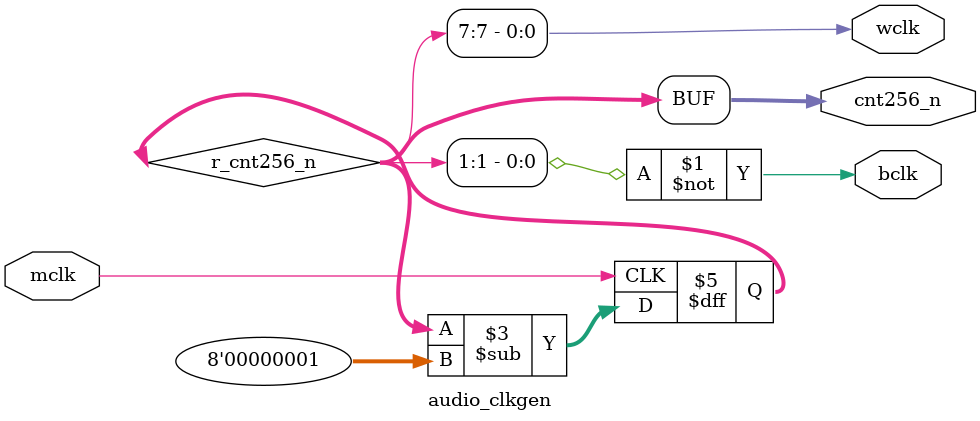
<source format=v>
`timescale 1ns / 1ps
module audio_clkgen(
    input mclk,
    output bclk,            // 1:2 mclk devider
    output wclk,            // 1:128 mclk devider 
    output [7:0] cnt256_n
//Generates bit_clk, wrd_clk & 8 Bit decrementing sync Clk//
);
    reg [7:0] r_cnt256_n = 8'd0;

    assign cnt256_n = r_cnt256_n;
    assign bclk     = ~r_cnt256_n[1];
    assign wclk     = r_cnt256_n[7];

    always @(posedge mclk)begin             // Trigger on Positive Edge
        r_cnt256_n <= r_cnt256_n - 8'd1;    // Decrement Clock
    end

endmodule

</source>
